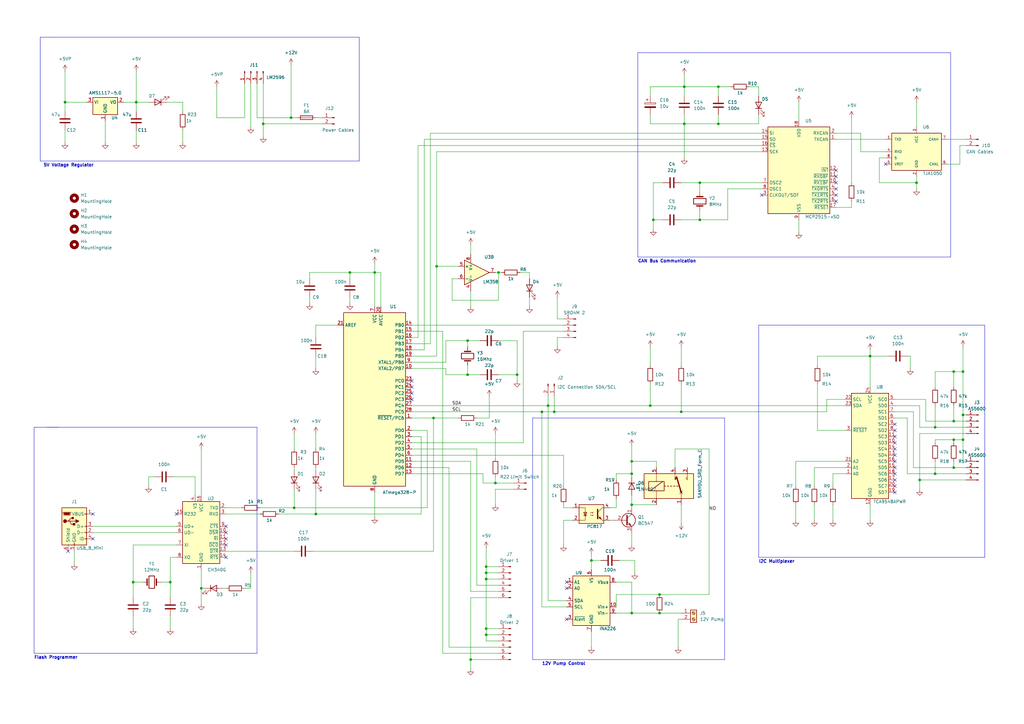
<source format=kicad_sch>
(kicad_sch (version 20230121) (generator eeschema)
  (paper "A3")
  (title_block (title "Tarantula One") (company "Swiss German University") (comment 1 "Modular Limb Controller") (comment 2 "MCU : ATMega328p"))
  (lib_symbols
    (symbol "Amplifier_Operational:LM358" (pin_names (offset 0.127))
      (property "Reference" "U" (at 0 5.08 0))
      (property "Value" "LM358" (at 0 -5.08 0))
      (symbol "LM358_1_1"
        (pin output line (at 7.62 0 180) (length 2.54) (name "~") (number "1"))
        (pin input line (at -7.62 -2.54 0) (length 2.54) (name "-") (number "2"))
        (pin input line (at -7.62 2.54 0) (length 2.54) (name "+") (number "3"))
      )
      (symbol "LM358_2_1"
        (pin input line (at -7.62 2.54 0) (length 2.54) (name "+") (number "5"))
        (pin input line (at -7.62 -2.54 0) (length 2.54) (name "-") (number "6"))
        (pin output line (at 7.62 0 180) (length 2.54) (name "~") (number "7"))
      )
      (symbol "LM358_3_1"
        (pin power_in line (at -2.54 -7.62 90) (length 3.81) (name "V-") (number "4"))
        (pin power_in line (at -2.54 7.62 270) (length 3.81) (name "V+") (number "8"))
      )
    )
    (symbol "Connector:Conn_01x02_Pin" (pin_names (offset 1.016) hide)
      (property "Reference" "J" (at 0 2.54 0))
      (property "Value" "Conn_01x02_Pin" (at 0 -5.08 0))
      (symbol "Conn_01x02_Pin_1_1"
        (pin passive line (at 5.08 0 180) (length 3.81) (name "Pin_1") (number "1"))
        (pin passive line (at 5.08 -2.54 180) (length 3.81) (name "Pin_2") (number "2"))
      )
    )
    (symbol "Connector:Conn_01x04_Pin" (pin_names (offset 1.016) hide)
      (property "Reference" "J" (at 0 5.08 0))
      (property "Value" "Conn_01x04_Pin" (at 0 -7.62 0))
      (symbol "Conn_01x04_Pin_1_1"
        (pin passive line (at 5.08 2.54 180) (length 3.81) (name "Pin_1") (number "1"))
        (pin passive line (at 5.08 0 180) (length 3.81) (name "Pin_2") (number "2"))
        (pin passive line (at 5.08 -2.54 180) (length 3.81) (name "Pin_3") (number "3"))
        (pin passive line (at 5.08 -5.08 180) (length 3.81) (name "Pin_4") (number "4"))
      )
    )
    (symbol "Connector:Conn_01x06_Pin" (pin_names (offset 1.016) hide)
      (property "Reference" "J" (at 0 7.62 0))
      (property "Value" "Conn_01x06_Pin" (at 0 -10.16 0))
      (symbol "Conn_01x06_Pin_1_1"
        (pin passive line (at 5.08 5.08 180) (length 3.81) (name "Pin_1") (number "1"))
        (pin passive line (at 5.08 2.54 180) (length 3.81) (name "Pin_2") (number "2"))
        (pin passive line (at 5.08 0 180) (length 3.81) (name "Pin_3") (number "3"))
        (pin passive line (at 5.08 -2.54 180) (length 3.81) (name "Pin_4") (number "4"))
        (pin passive line (at 5.08 -5.08 180) (length 3.81) (name "Pin_5") (number "5"))
        (pin passive line (at 5.08 -7.62 180) (length 3.81) (name "Pin_6") (number "6"))
      )
    )
    (symbol "Connector:Screw_Terminal_01x02" (pin_names (offset 1.016) hide)
      (property "Reference" "J" (at 0 2.54 0))
      (property "Value" "Screw_Terminal_01x02" (at 0 -5.08 0))
      (symbol "Screw_Terminal_01x02_1_1"
        (pin passive line (at -5.08 0 0) (length 3.81) (name "Pin_1") (number "1"))
        (pin passive line (at -5.08 -2.54 0) (length 3.81) (name "Pin_2") (number "2"))
      )
    )
    (symbol "Connector:USB_B_Mini" (pin_names (offset 1.016))
      (property "Reference" "J" (at -5.08 11.43 0))
      (property "Value" "USB_B_Mini" (at -5.08 8.89 0))
      (symbol "USB_B_Mini_1_1"
        (pin power_out line (at 7.62 5.08 180) (length 2.54) (name "VBUS") (number "1"))
        (pin bidirectional line (at 7.62 -2.54 180) (length 2.54) (name "D-") (number "2"))
        (pin bidirectional line (at 7.62 0 180) (length 2.54) (name "D+") (number "3"))
        (pin passive line (at 7.62 -5.08 180) (length 2.54) (name "ID") (number "4"))
        (pin power_out line (at 0 -10.16 90) (length 2.54) (name "GND") (number "5"))
        (pin passive line (at -2.54 -10.16 90) (length 2.54) (name "Shield") (number "6"))
      )
    )
    (symbol "Device:C" (pin_numbers hide) (pin_names (offset 0.254))
      (property "Reference" "C" (at 0.635 2.54 0))
      (property "Value" "C" (at 0.635 -2.54 0))
      (symbol "C_1_1"
        (pin passive line (at 0 3.81 270) (length 2.794) (name "~") (number "1"))
        (pin passive line (at 0 -3.81 90) (length 2.794) (name "~") (number "2"))
      )
    )
    (symbol "Device:C_Polarized" (pin_numbers hide) (pin_names (offset 0.254))
      (property "Reference" "C" (at 0.635 2.54 0))
      (property "Value" "C_Polarized" (at 0.635 -2.54 0))
      (symbol "C_Polarized_1_1"
        (pin passive line (at 0 3.81 270) (length 2.794) (name "~") (number "1"))
        (pin passive line (at 0 -3.81 90) (length 2.794) (name "~") (number "2"))
      )
    )
    (symbol "Device:Crystal" (pin_numbers hide) (pin_names (offset 1.016) hide)
      (property "Reference" "Y" (at 0 3.81 0))
      (property "Value" "Crystal" (at 0 -3.81 0))
      (symbol "Crystal_1_1"
        (pin passive line (at -3.81 0 0) (length 1.27) (name "1") (number "1"))
        (pin passive line (at 3.81 0 180) (length 1.27) (name "2") (number "2"))
      )
    )
    (symbol "Device:Fuse" (pin_numbers hide) (pin_names (offset 0))
      (property "Reference" "F" (at 2.032 0 90))
      (property "Value" "Fuse" (at -1.905 0 90))
      (symbol "Fuse_1_1"
        (pin passive line (at 0 3.81 270) (length 1.27) (name "~") (number "1"))
        (pin passive line (at 0 -3.81 90) (length 1.27) (name "~") (number "2"))
      )
    )
    (symbol "Device:LED" (pin_numbers hide) (pin_names (offset 1.016) hide)
      (property "Reference" "D" (at 0 2.54 0))
      (property "Value" "LED" (at 0 -2.54 0))
      (symbol "LED_1_1"
        (pin passive line (at -3.81 0 0) (length 2.54) (name "K") (number "1"))
        (pin passive line (at 3.81 0 180) (length 2.54) (name "A") (number "2"))
      )
    )
    (symbol "Device:R" (pin_numbers hide) (pin_names (offset 0))
      (property "Reference" "R" (at 2.032 0 90))
      (property "Value" "R" (at 0 0 90))
      (symbol "R_1_1"
        (pin passive line (at 0 3.81 270) (length 1.27) (name "~") (number "1"))
        (pin passive line (at 0 -3.81 90) (length 1.27) (name "~") (number "2"))
      )
    )
    (symbol "Diode:1N4007" (pin_numbers hide) (pin_names hide)
      (property "Reference" "D" (at 0 2.54 0))
      (property "Value" "1N4007" (at 0 -2.54 0))
      (symbol "1N4007_1_1"
        (pin passive line (at -3.81 0 0) (length 2.54) (name "K") (number "1"))
        (pin passive line (at 3.81 0 180) (length 2.54) (name "A") (number "2"))
      )
    )
    (symbol "Interface_CAN_LIN:MCP2515-xSO"
      (property "Reference" "U" (at -10.16 19.685 0))
      (property "Value" "MCP2515-xSO" (at 19.05 20.32 0))
      (symbol "MCP2515-xSO_1_1"
        (pin output line (at 15.24 12.7 180) (length 2.54) (name "TXCAN") (number "1"))
        (pin output line (at 15.24 -5.08 180) (length 2.54) (name "~{RX1BF}") (number "10"))
        (pin output line (at 15.24 -2.54 180) (length 2.54) (name "~{RX0BF}") (number "11"))
        (pin output line (at 15.24 0 180) (length 2.54) (name "~{INT}") (number "12"))
        (pin input line (at -15.24 7.62 0) (length 2.54) (name "SCK") (number "13"))
        (pin input line (at -15.24 15.24 0) (length 2.54) (name "SI") (number "14"))
        (pin output line (at -15.24 12.7 0) (length 2.54) (name "SO") (number "15"))
        (pin input line (at -15.24 10.16 0) (length 2.54) (name "~{CS}") (number "16"))
        (pin input line (at 15.24 -15.24 180) (length 2.54) (name "~{RESET}") (number "17"))
        (pin power_in line (at 0 20.32 270) (length 2.54) (name "VDD") (number "18"))
        (pin input line (at 15.24 15.24 180) (length 2.54) (name "RXCAN") (number "2"))
        (pin output line (at -15.24 -10.16 0) (length 2.54) (name "CLKOUT/SOF") (number "3"))
        (pin input line (at 15.24 -7.62 180) (length 2.54) (name "~{TX0RTS}") (number "4"))
        (pin input line (at 15.24 -10.16 180) (length 2.54) (name "~{TX1RTS}") (number "5"))
        (pin input line (at 15.24 -12.7 180) (length 2.54) (name "~{TX2RTS}") (number "6"))
        (pin output line (at -15.24 -5.08 0) (length 2.54) (name "OSC2") (number "7"))
        (pin input line (at -15.24 -7.62 0) (length 2.54) (name "OSC1") (number "8"))
        (pin power_in line (at 0 -20.32 90) (length 2.54) (name "VSS") (number "9"))
      )
    )
    (symbol "Interface_Expansion:TCA9548APWR"
      (property "Reference" "U" (at -7.62 21.59 0))
      (property "Value" "TCA9548APWR" (at 1.016 21.59 0))
      (symbol "TCA9548APWR_1_1"
        (pin input line (at -10.16 -12.7 0) (length 2.54) (name "A0") (number "1"))
        (pin bidirectional line (at 10.16 0 180) (length 2.54) (name "SD3") (number "10"))
        (pin output line (at 10.16 2.54 180) (length 2.54) (name "SC3") (number "11"))
        (pin power_in line (at 0 -25.4 90) (length 2.54) (name "GND") (number "12"))
        (pin bidirectional line (at 10.16 -5.08 180) (length 2.54) (name "SD4") (number "13"))
        (pin output line (at 10.16 -2.54 180) (length 2.54) (name "SC4") (number "14"))
        (pin bidirectional line (at 10.16 -10.16 180) (length 2.54) (name "SD5") (number "15"))
        (pin output line (at 10.16 -7.62 180) (length 2.54) (name "SC5") (number "16"))
        (pin bidirectional line (at 10.16 -15.24 180) (length 2.54) (name "SD6") (number "17"))
        (pin output line (at 10.16 -12.7 180) (length 2.54) (name "SC6") (number "18"))
        (pin bidirectional line (at 10.16 -20.32 180) (length 2.54) (name "SD7") (number "19"))
        (pin input line (at -10.16 -10.16 0) (length 2.54) (name "A1") (number "2"))
        (pin output line (at 10.16 -17.78 180) (length 2.54) (name "SC7") (number "20"))
        (pin input line (at -10.16 -7.62 0) (length 2.54) (name "A2") (number "21"))
        (pin input line (at -10.16 17.78 0) (length 2.54) (name "SCL") (number "22"))
        (pin bidirectional line (at -10.16 15.24 0) (length 2.54) (name "SDA") (number "23"))
        (pin power_in line (at 0 22.86 270) (length 2.54) (name "VCC") (number "24"))
        (pin input line (at -10.16 5.08 0) (length 2.54) (name "~{RESET}") (number "3"))
        (pin bidirectional line (at 10.16 15.24 180) (length 2.54) (name "SD0") (number "4"))
        (pin output line (at 10.16 17.78 180) (length 2.54) (name "SC0") (number "5"))
        (pin bidirectional line (at 10.16 10.16 180) (length 2.54) (name "SD1") (number "6"))
        (pin output line (at 10.16 12.7 180) (length 2.54) (name "SC1") (number "7"))
        (pin bidirectional line (at 10.16 5.08 180) (length 2.54) (name "SD2") (number "8"))
        (pin output line (at 10.16 7.62 180) (length 2.54) (name "SC2") (number "9"))
      )
    )
    (symbol "Interface_USB:CH340G"
      (property "Reference" "U" (at -5.08 13.97 0))
      (property "Value" "CH340G" (at 1.27 13.97 0))
      (symbol "CH340G_1_1"
        (pin power_in line (at 0 -15.24 90) (length 2.54) (name "GND") (number "1"))
        (pin input line (at 10.16 0 180) (length 2.54) (name "~{DSR}") (number "10"))
        (pin input line (at 10.16 -2.54 180) (length 2.54) (name "~{RI}") (number "11"))
        (pin input line (at 10.16 -5.08 180) (length 2.54) (name "~{DCD}") (number "12"))
        (pin output line (at 10.16 -7.62 180) (length 2.54) (name "~{DTR}") (number "13"))
        (pin output line (at 10.16 -10.16 180) (length 2.54) (name "~{RTS}") (number "14"))
        (pin input line (at -10.16 7.62 0) (length 2.54) (name "R232") (number "15"))
        (pin power_in line (at 0 15.24 270) (length 2.54) (name "VCC") (number "16"))
        (pin output line (at 10.16 10.16 180) (length 2.54) (name "TXD") (number "2"))
        (pin input line (at 10.16 7.62 180) (length 2.54) (name "RXD") (number "3"))
        (pin passive line (at -2.54 15.24 270) (length 2.54) (name "V3") (number "4"))
        (pin bidirectional line (at -10.16 2.54 0) (length 2.54) (name "UD+") (number "5"))
        (pin bidirectional line (at -10.16 0 0) (length 2.54) (name "UD-") (number "6"))
        (pin input line (at -10.16 -5.08 0) (length 2.54) (name "XI") (number "7"))
        (pin output line (at -10.16 -10.16 0) (length 2.54) (name "XO") (number "8"))
        (pin input line (at 10.16 2.54 180) (length 2.54) (name "~{CTS}") (number "9"))
      )
    )
    (symbol "Isolator:PC817" (pin_names (offset 1.016))
      (property "Reference" "U" (at -5.08 5.08 0))
      (property "Value" "PC817" (at 0 5.08 0))
      (symbol "PC817_1_1"
        (pin passive line (at -7.62 2.54 0) (length 2.54) (name "~") (number "1"))
        (pin passive line (at -7.62 -2.54 0) (length 2.54) (name "~") (number "2"))
        (pin passive line (at 7.62 -2.54 180) (length 2.54) (name "~") (number "3"))
        (pin passive line (at 7.62 2.54 180) (length 2.54) (name "~") (number "4"))
      )
    )
    (symbol "MCU_Microchip_ATmega:ATmega328-P"
      (property "Reference" "U" (at -12.7 36.83 0))
      (property "Value" "ATmega328-P" (at 2.54 -36.83 0))
      (symbol "ATmega328-P_1_1"
        (pin bidirectional line (at 15.24 -7.62 180) (length 2.54) (name "~{RESET}/PC6") (number "1"))
        (pin bidirectional line (at 15.24 12.7 180) (length 2.54) (name "XTAL2/PB7") (number "10"))
        (pin bidirectional line (at 15.24 -25.4 180) (length 2.54) (name "PD5") (number "11"))
        (pin bidirectional line (at 15.24 -27.94 180) (length 2.54) (name "PD6") (number "12"))
        (pin bidirectional line (at 15.24 -30.48 180) (length 2.54) (name "PD7") (number "13"))
        (pin bidirectional line (at 15.24 30.48 180) (length 2.54) (name "PB0") (number "14"))
        (pin bidirectional line (at 15.24 27.94 180) (length 2.54) (name "PB1") (number "15"))
        (pin bidirectional line (at 15.24 25.4 180) (length 2.54) (name "PB2") (number "16"))
        (pin bidirectional line (at 15.24 22.86 180) (length 2.54) (name "PB3") (number "17"))
        (pin bidirectional line (at 15.24 20.32 180) (length 2.54) (name "PB4") (number "18"))
        (pin bidirectional line (at 15.24 17.78 180) (length 2.54) (name "PB5") (number "19"))
        (pin bidirectional line (at 15.24 -12.7 180) (length 2.54) (name "PD0") (number "2"))
        (pin power_in line (at 2.54 38.1 270) (length 2.54) (name "AVCC") (number "20"))
        (pin passive line (at -15.24 30.48 0) (length 2.54) (name "AREF") (number "21"))
        (pin passive line (at 0 -38.1 90) (length 2.54) hide (name "GND") (number "22"))
        (pin bidirectional line (at 15.24 7.62 180) (length 2.54) (name "PC0") (number "23"))
        (pin bidirectional line (at 15.24 5.08 180) (length 2.54) (name "PC1") (number "24"))
        (pin bidirectional line (at 15.24 2.54 180) (length 2.54) (name "PC2") (number "25"))
        (pin bidirectional line (at 15.24 0 180) (length 2.54) (name "PC3") (number "26"))
        (pin bidirectional line (at 15.24 -2.54 180) (length 2.54) (name "PC4") (number "27"))
        (pin bidirectional line (at 15.24 -5.08 180) (length 2.54) (name "PC5") (number "28"))
        (pin bidirectional line (at 15.24 -15.24 180) (length 2.54) (name "PD1") (number "3"))
        (pin bidirectional line (at 15.24 -17.78 180) (length 2.54) (name "PD2") (number "4"))
        (pin bidirectional line (at 15.24 -20.32 180) (length 2.54) (name "PD3") (number "5"))
        (pin bidirectional line (at 15.24 -22.86 180) (length 2.54) (name "PD4") (number "6"))
        (pin power_in line (at 0 38.1 270) (length 2.54) (name "VCC") (number "7"))
        (pin power_in line (at 0 -38.1 90) (length 2.54) (name "GND") (number "8"))
        (pin bidirectional line (at 15.24 15.24 180) (length 2.54) (name "XTAL1/PB6") (number "9"))
      )
    )
    (symbol "Mechanical:MountingHole" (pin_names (offset 1.016))
      (property "Reference" "H" (at 0 5.08 0))
      (property "Value" "MountingHole" (at 0 3.175 0))
    )
    (symbol "Regulator_Linear:AMS1117-5.0"
      (property "Reference" "U" (at -3.81 3.175 0))
      (property "Value" "AMS1117-5.0" (at 0 3.175 0))
      (symbol "AMS1117-5.0_1_1"
        (pin power_in line (at 0 -7.62 90) (length 2.54) (name "GND") (number "1"))
        (pin power_out line (at 7.62 0 180) (length 2.54) (name "VO") (number "2"))
        (pin power_in line (at -7.62 0 0) (length 2.54) (name "VI") (number "3"))
      )
    )
    (symbol "Relay:SANYOU_SRD_Form_C"
      (property "Reference" "K" (at 11.43 3.81 0))
      (property "Value" "SANYOU_SRD_Form_C" (at 11.43 1.27 0))
      (symbol "SANYOU_SRD_Form_C_1_1"
        (pin passive line (at 5.08 -7.62 90) (length 2.54) (name "~") (number "1"))
        (pin passive line (at -5.08 -7.62 90) (length 2.54) (name "~") (number "2"))
        (pin passive line (at 7.62 7.62 270) (length 2.54) (name "~") (number "3"))
        (pin passive line (at 2.54 7.62 270) (length 2.54) (name "~") (number "4"))
        (pin passive line (at -5.08 7.62 270) (length 2.54) (name "~") (number "5"))
      )
    )
    (symbol "Sensor_Energy:INA226"
      (property "Reference" "U" (at -6.35 11.43 0))
      (property "Value" "INA226" (at 3.81 11.43 0))
      (symbol "INA226_1_1"
        (pin input line (at 10.16 7.62 180) (length 2.54) (name "A1") (number "1"))
        (pin input line (at -10.16 -2.54 0) (length 2.54) (name "Vin+") (number "10"))
        (pin input line (at 10.16 5.08 180) (length 2.54) (name "A0") (number "2"))
        (pin open_collector line (at 10.16 -7.62 180) (length 2.54) (name "~{Alert}") (number "3"))
        (pin bidirectional line (at 10.16 0 180) (length 2.54) (name "SDA") (number "4"))
        (pin input line (at 10.16 -2.54 180) (length 2.54) (name "SCL") (number "5"))
        (pin power_in line (at 0 12.7 270) (length 2.54) (name "VS") (number "6"))
        (pin power_in line (at 0 -12.7 90) (length 2.54) (name "GND") (number "7"))
        (pin input line (at -10.16 7.62 0) (length 2.54) (name "Vbus") (number "8"))
        (pin input line (at -10.16 -5.08 0) (length 2.54) (name "Vin-") (number "9"))
      )
    )
    (symbol "TJA1050:TJA1050" (pin_names (offset 1.016))
      (property "Reference" "U" (at -10.16 10.16 0))
      (property "Value" "TJA1050" (at -10.16 -10.16 0))
      (symbol "TJA1050_0_0"
        (pin output line (at -12.7 5.08 0) (length 2.54) (name "TXD") (number "1"))
        (pin bidirectional line (at 0 -10.16 90) (length 2.54) (name "GND") (number "2"))
        (pin bidirectional line (at 0 10.16 270) (length 2.54) (name "VCC") (number "3"))
        (pin bidirectional line (at -12.7 0 0) (length 2.54) (name "RXD") (number "4"))
        (pin passive line (at -12.7 -5.08 0) (length 2.54) (name "VREF") (number "5"))
        (pin bidirectional line (at 12.7 -5.08 180) (length 2.54) (name "CANL") (number "6"))
        (pin bidirectional line (at 12.7 5.08 180) (length 2.54) (name "CANH") (number "7"))
        (pin power_in line (at -12.7 -2.54 0) (length 2.54) (name "S") (number "8"))
      )
    )
    (symbol "Transistor_BJT:BC547" (pin_names (offset 0) hide)
      (property "Reference" "Q" (at 5.08 1.905 0))
      (property "Value" "BC547" (at 5.08 0 0))
      (symbol "BC547_1_1"
        (pin passive line (at 2.54 5.08 270) (length 2.54) (name "C") (number "1"))
        (pin input line (at -5.08 0 0) (length 5.08) (name "B") (number "2"))
        (pin passive line (at 2.54 -5.08 90) (length 2.54) (name "E") (number "3"))
      )
    )
    (symbol "power:+12V" (power) (pin_names (offset 0))
      (property "Value" "+12V" (at 0 3.556 0))
      (symbol "+12V_1_1"
        (pin power_in line (at 0 0 90) (length 0) hide (name "+12V") (number "1"))
      )
    )
    (symbol "power:+5V" (power) (pin_names (offset 0))
      (property "Value" "+5V" (at 0 3.556 0))
      (symbol "+5V_1_1"
        (pin power_in line (at 0 0 90) (length 0) hide (name "+5V") (number "1"))
      )
    )
    (symbol "power:+5VP" (power) (pin_names (offset 0))
      (property "Value" "+5VP" (at 0 3.556 0))
      (symbol "+5VP_1_1"
        (pin power_in line (at 0 0 90) (length 0) hide (name "+5VP") (number "1"))
      )
    )
    (symbol "power:GND" (power) (pin_names (offset 0))
      (property "Value" "GND" (at 0 -3.81 0))
      (symbol "GND_1_1"
        (pin power_in line (at 0 0 270) (length 0) hide (name "GND") (number "1"))
      )
    )
  )
  (junction (at 356.87 146.05))
  (junction (at 280.67 35.56))
  (junction (at 224.79 166.37))
  (junction (at 55.88 41.91))
  (junction (at 153.67 111.76))
  (junction (at 259.08 207.01))
  (junction (at 191.77 139.7))
  (junction (at 279.4 168.91))
  (junction (at 199.39 232.41))
  (junction (at 259.08 251.46))
  (junction (at 82.55 241.3))
  (junction (at 270.51 243.84))
  (junction (at 120.65 208.28))
  (junction (at 259.08 189.23))
  (junction (at 267.97 90.17))
  (junction (at 107.95 50.8))
  (junction (at 287.02 90.17))
  (junction (at 294.64 50.8))
  (junction (at 394.97 170.18))
  (junction (at 391.16 191.77))
  (junction (at 199.39 237.49))
  (junction (at 193.04 270.51))
  (junction (at 69.85 238.76))
  (junction (at 383.54 194.31))
  (junction (at 179.07 109.22))
  (junction (at 266.7 166.37))
  (junction (at 294.64 35.56))
  (junction (at 129.54 210.82))
  (junction (at 394.97 152.4))
  (junction (at 204.47 111.76))
  (junction (at 377.19 196.85))
  (junction (at 375.92 74.93))
  (junction (at 26.67 41.91))
  (junction (at 391.16 172.72))
  (junction (at 54.61 238.76))
  (junction (at 199.39 257.81))
  (junction (at 199.39 234.95))
  (junction (at 177.8 171.45))
  (junction (at 227.33 168.91))
  (junction (at 222.25 168.91))
  (junction (at 143.51 111.76))
  (junction (at 242.57 229.87))
  (junction (at 199.39 260.35))
  (junction (at 280.67 50.8))
  (junction (at 212.09 153.67))
  (junction (at 191.77 153.67))
  (junction (at 394.97 180.34))
  (junction (at 203.2 198.12))
  (junction (at 287.02 74.93))
  (junction (at 383.54 175.26))
  (junction (at 391.16 152.4))
  (junction (at 270.51 251.46))
  (junction (at 259.08 194.31))
  (junction (at 391.16 180.34))
  (junction (at 119.38 48.26))
  (no_connect (at 72.39 210.82))
  (no_connect (at 168.91 163.83))
  (no_connect (at 92.71 218.44))
  (no_connect (at 312.42 80.01))
  (no_connect (at 38.1 220.98))
  (no_connect (at 367.03 194.31))
  (no_connect (at 232.41 254))
  (no_connect (at 92.71 223.52))
  (no_connect (at 367.03 201.93))
  (no_connect (at 342.9 69.85))
  (no_connect (at 342.9 77.47))
  (no_connect (at 342.9 82.55))
  (no_connect (at 168.91 156.21))
  (no_connect (at 168.91 158.75))
  (no_connect (at 342.9 74.93))
  (no_connect (at 367.03 189.23))
  (no_connect (at 279.4 201.93))
  (no_connect (at 92.71 228.6))
  (no_connect (at 168.91 161.29))
  (no_connect (at 38.1 210.82))
  (no_connect (at 232.41 241.3))
  (no_connect (at 367.03 179.07))
  (no_connect (at 367.03 184.15))
  (no_connect (at 27.94 226.06))
  (no_connect (at 342.9 80.01))
  (no_connect (at 367.03 191.77))
  (no_connect (at 367.03 176.53))
  (no_connect (at 92.71 215.9))
  (no_connect (at 232.41 238.76))
  (no_connect (at 363.22 67.31))
  (no_connect (at 342.9 72.39))
  (no_connect (at 367.03 196.85))
  (no_connect (at 92.71 220.98))
  (no_connect (at 367.03 199.39))
  (no_connect (at 367.03 186.69))
  (no_connect (at 367.03 181.61))
  (no_connect (at 367.03 173.99))
  (polyline (pts (xy 326.39 133.35) (xy 403.86 133.35)))
  (wire (pts (xy 82.55 241.3) (xy 82.55 247.65)))
  (wire (pts (xy 391.16 166.37) (xy 391.16 172.72)))
  (wire (pts (xy 280.67 35.56) (xy 280.67 39.37)))
  (wire (pts (xy 129.54 191.77) (xy 129.54 193.04)))
  (wire (pts (xy 204.47 242.57) (xy 193.04 242.57)))
  (wire (pts (xy 100.33 241.3) (xy 102.87 241.3)))
  (wire (pts (xy 372.11 171.45) (xy 372.11 194.31)))
  (wire (pts (xy 60.96 195.58) (xy 60.96 199.39)))
  (wire (pts (xy 346.71 191.77) (xy 334.01 191.77)))
  (wire (pts (xy 335.28 176.53) (xy 346.71 176.53)))
  (wire (pts (xy 203.2 198.12) (xy 210.82 198.12)))
  (wire (pts (xy 105.41 34.29) (xy 105.41 48.26)))
  (wire (pts (xy 184.15 191.77) (xy 184.15 265.43)))
  (wire (pts (xy 367.03 163.83) (xy 379.73 163.83)))
  (wire (pts (xy 356.87 207.01) (xy 356.87 213.36)))
  (wire (pts (xy 168.91 133.35) (xy 231.14 133.35)))
  (wire (pts (xy 196.85 153.67) (xy 191.77 153.67)))
  (wire (pts (xy 391.16 180.34) (xy 391.16 181.61)))
  (wire (pts (xy 129.54 210.82) (xy 172.72 210.82)))
  (polyline (pts (xy 13.97 267.97) (xy 13.97 175.26)))
  (wire (pts (xy 294.64 46.99) (xy 294.64 50.8)))
  (wire (pts (xy 271.78 74.93) (xy 267.97 74.93)))
  (wire (pts (xy 270.51 251.46) (xy 279.4 251.46)))
  (wire (pts (xy 242.57 259.08) (xy 242.57 265.43)))
  (wire (pts (xy 349.25 82.55) (xy 349.25 85.09)))
  (wire (pts (xy 69.85 238.76) (xy 69.85 228.6)))
  (wire (pts (xy 360.68 64.77) (xy 360.68 74.93)))
  (wire (pts (xy 72.39 223.52) (xy 54.61 223.52)))
  (wire (pts (xy 252.73 238.76) (xy 259.08 238.76)))
  (wire (pts (xy 227.33 162.56) (xy 227.33 168.91)))
  (wire (pts (xy 396.24 189.23) (xy 394.97 189.23)))
  (wire (pts (xy 63.5 195.58) (xy 60.96 195.58)))
  (wire (pts (xy 290.83 184.15) (xy 290.83 243.84)))
  (wire (pts (xy 181.61 267.97) (xy 204.47 267.97)))
  (wire (pts (xy 267.97 74.93) (xy 267.97 90.17)))
  (wire (pts (xy 182.88 139.7) (xy 191.77 139.7)))
  (wire (pts (xy 393.7 67.31) (xy 393.7 59.69)))
  (wire (pts (xy 54.61 252.73) (xy 54.61 257.81)))
  (wire (pts (xy 252.73 243.84) (xy 270.51 243.84)))
  (wire (pts (xy 121.92 48.26) (xy 119.38 48.26)))
  (wire (pts (xy 327.66 90.17) (xy 327.66 95.25)))
  (wire (pts (xy 224.79 246.38) (xy 224.79 166.37)))
  (wire (pts (xy 168.91 168.91) (xy 222.25 168.91)))
  (wire (pts (xy 260.35 229.87) (xy 260.35 234.95)))
  (wire (pts (xy 119.38 48.26) (xy 105.41 48.26)))
  (polyline (pts (xy 16.51 66.04) (xy 16.51 15.24)))
  (wire (pts (xy 143.51 121.92) (xy 143.51 124.46)))
  (wire (pts (xy 80.01 195.58) (xy 80.01 203.2)))
  (wire (pts (xy 199.39 232.41) (xy 204.47 232.41)))
  (wire (pts (xy 199.39 234.95) (xy 204.47 234.95)))
  (wire (pts (xy 168.91 176.53) (xy 175.26 176.53)))
  (wire (pts (xy 278.13 254) (xy 278.13 265.43)))
  (wire (pts (xy 181.61 135.89) (xy 181.61 267.97)))
  (wire (pts (xy 360.68 74.93) (xy 375.92 74.93)))
  (wire (pts (xy 168.91 166.37) (xy 224.79 166.37)))
  (wire (pts (xy 120.65 177.8) (xy 120.65 184.15)))
  (wire (pts (xy 312.42 59.69) (xy 171.45 59.69)))
  (wire (pts (xy 100.33 48.26) (xy 100.33 34.29)))
  (wire (pts (xy 287.02 74.93) (xy 312.42 74.93)))
  (wire (pts (xy 266.7 50.8) (xy 280.67 50.8)))
  (wire (pts (xy 252.73 251.46) (xy 259.08 251.46)))
  (wire (pts (xy 55.88 53.34) (xy 55.88 58.42)))
  (wire (pts (xy 259.08 203.2) (xy 259.08 207.01)))
  (wire (pts (xy 143.51 111.76) (xy 153.67 111.76)))
  (wire (pts (xy 342.9 54.61) (xy 353.06 54.61)))
  (wire (pts (xy 259.08 238.76) (xy 259.08 251.46)))
  (wire (pts (xy 374.65 191.77) (xy 391.16 191.77)))
  (wire (pts (xy 204.47 262.89) (xy 199.39 262.89)))
  (wire (pts (xy 54.61 238.76) (xy 58.42 238.76)))
  (wire (pts (xy 391.16 180.34) (xy 394.97 180.34)))
  (wire (pts (xy 267.97 90.17) (xy 267.97 93.98)))
  (wire (pts (xy 394.97 180.34) (xy 394.97 189.23)))
  (wire (pts (xy 175.26 176.53) (xy 175.26 208.28)))
  (wire (pts (xy 259.08 207.01) (xy 259.08 208.28)))
  (wire (pts (xy 342.9 85.09) (xy 349.25 85.09)))
  (wire (pts (xy 259.08 195.58) (xy 259.08 194.31)))
  (wire (pts (xy 193.04 242.57) (xy 193.04 189.23)))
  (wire (pts (xy 185.42 114.3) (xy 185.42 123.19)))
  (wire (pts (xy 259.08 207.01) (xy 269.24 207.01)))
  (wire (pts (xy 388.62 67.31) (xy 393.7 67.31)))
  (wire (pts (xy 107.95 50.8) (xy 107.95 55.88)))
  (wire (pts (xy 335.28 157.48) (xy 335.28 176.53)))
  (wire (pts (xy 172.72 179.07) (xy 172.72 210.82)))
  (wire (pts (xy 129.54 48.26) (xy 132.08 48.26)))
  (wire (pts (xy 74.93 53.34) (xy 74.93 58.42)))
  (wire (pts (xy 234.95 213.36) (xy 231.14 213.36)))
  (wire (pts (xy 210.82 200.66) (xy 203.2 200.66)))
  (wire (pts (xy 252.73 243.84) (xy 252.73 248.92)))
  (wire (pts (xy 171.45 138.43) (xy 168.91 138.43)))
  (wire (pts (xy 195.58 184.15) (xy 195.58 240.03)))
  (wire (pts (xy 199.39 257.81) (xy 199.39 237.49)))
  (wire (pts (xy 119.38 26.67) (xy 119.38 48.26)))
  (wire (pts (xy 311.15 50.8) (xy 294.64 50.8)))
  (wire (pts (xy 69.85 228.6) (xy 72.39 228.6)))
  (wire (pts (xy 217.17 111.76) (xy 217.17 114.3)))
  (wire (pts (xy 107.95 50.8) (xy 132.08 50.8)))
  (wire (pts (xy 38.1 215.9) (xy 72.39 215.9)))
  (wire (pts (xy 199.39 260.35) (xy 199.39 257.81)))
  (wire (pts (xy 193.04 245.11) (xy 193.04 270.51)))
  (wire (pts (xy 138.43 133.35) (xy 129.54 133.35)))
  (wire (pts (xy 269.24 191.77) (xy 269.24 189.23)))
  (wire (pts (xy 107.95 34.29) (xy 107.95 50.8)))
  (wire (pts (xy 279.4 157.48) (xy 279.4 168.91)))
  (wire (pts (xy 375.92 41.91) (xy 375.92 52.07)))
  (wire (pts (xy 280.67 30.48) (xy 280.67 35.56)))
  (wire (pts (xy 168.91 140.97) (xy 176.53 140.97)))
  (wire (pts (xy 307.34 35.56) (xy 311.15 35.56)))
  (wire (pts (xy 168.91 191.77) (xy 184.15 191.77)))
  (wire (pts (xy 66.04 238.76) (xy 69.85 238.76)))
  (wire (pts (xy 177.8 171.45) (xy 187.96 171.45)))
  (wire (pts (xy 335.28 149.86) (xy 335.28 146.05)))
  (wire (pts (xy 191.77 153.67) (xy 182.88 153.67)))
  (wire (pts (xy 259.08 218.44) (xy 259.08 223.52)))
  (wire (pts (xy 311.15 35.56) (xy 311.15 39.37)))
  (wire (pts (xy 171.45 59.69) (xy 171.45 138.43)))
  (wire (pts (xy 372.11 146.05) (xy 373.38 146.05)))
  (wire (pts (xy 279.4 142.24) (xy 279.4 149.86)))
  (wire (pts (xy 290.83 184.15) (xy 276.86 184.15)))
  (wire (pts (xy 69.85 238.76) (xy 69.85 245.11)))
  (wire (pts (xy 193.04 270.51) (xy 204.47 270.51)))
  (wire (pts (xy 231.14 138.43) (xy 228.6 138.43)))
  (wire (pts (xy 212.09 156.21) (xy 212.09 153.67)))
  (wire (pts (xy 199.39 234.95) (xy 199.39 232.41)))
  (wire (pts (xy 120.65 208.28) (xy 175.26 208.28)))
  (wire (pts (xy 153.67 111.76) (xy 153.67 125.73)))
  (wire (pts (xy 193.04 100.33) (xy 193.04 104.14)))
  (polyline (pts (xy 389.89 105.41) (xy 261.62 105.41)))
  (polyline (pts (xy 147.32 15.24) (xy 147.32 66.04)))
  (wire (pts (xy 168.91 184.15) (xy 195.58 184.15)))
  (wire (pts (xy 227.33 168.91) (xy 279.4 168.91)))
  (wire (pts (xy 311.15 46.99) (xy 311.15 50.8)))
  (polyline (pts (xy 218.44 171.45) (xy 218.44 270.51)))
  (wire (pts (xy 353.06 54.61) (xy 353.06 62.23)))
  (wire (pts (xy 214.63 181.61) (xy 168.91 181.61)))
  (wire (pts (xy 168.91 146.05) (xy 179.07 146.05)))
  (wire (pts (xy 287.02 86.36) (xy 287.02 90.17)))
  (wire (pts (xy 279.4 207.01) (xy 279.4 214.63)))
  (wire (pts (xy 217.17 121.92) (xy 217.17 125.73)))
  (wire (pts (xy 346.71 163.83) (xy 339.09 163.83)))
  (wire (pts (xy 54.61 223.52) (xy 54.61 238.76)))
  (wire (pts (xy 187.96 114.3) (xy 185.42 114.3)))
  (polyline (pts (xy 218.44 171.45) (xy 297.18 171.45)))
  (wire (pts (xy 92.71 226.06) (xy 120.65 226.06)))
  (wire (pts (xy 287.02 90.17) (xy 298.45 90.17)))
  (wire (pts (xy 377.19 166.37) (xy 377.19 175.26)))
  (wire (pts (xy 232.41 246.38) (xy 224.79 246.38)))
  (wire (pts (xy 129.54 200.66) (xy 129.54 210.82)))
  (wire (pts (xy 250.19 208.28) (xy 252.73 208.28)))
  (wire (pts (xy 252.73 196.85) (xy 252.73 194.31)))
  (wire (pts (xy 279.4 168.91) (xy 339.09 168.91)))
  (wire (pts (xy 191.77 139.7) (xy 191.77 142.24)))
  (wire (pts (xy 231.14 213.36) (xy 231.14 223.52)))
  (wire (pts (xy 250.19 213.36) (xy 251.46 213.36)))
  (wire (pts (xy 120.65 200.66) (xy 120.65 208.28)))
  (wire (pts (xy 383.54 194.31) (xy 396.24 194.31)))
  (wire (pts (xy 204.47 123.19) (xy 204.47 111.76)))
  (wire (pts (xy 280.67 50.8) (xy 280.67 64.77)))
  (wire (pts (xy 129.54 210.82) (xy 114.3 210.82)))
  (wire (pts (xy 259.08 251.46) (xy 270.51 251.46)))
  (wire (pts (xy 299.72 35.56) (xy 294.64 35.56)))
  (wire (pts (xy 55.88 41.91) (xy 60.96 41.91)))
  (wire (pts (xy 391.16 189.23) (xy 391.16 191.77)))
  (wire (pts (xy 204.47 153.67) (xy 212.09 153.67)))
  (wire (pts (xy 129.54 177.8) (xy 129.54 184.15)))
  (wire (pts (xy 26.67 29.21) (xy 26.67 41.91)))
  (wire (pts (xy 393.7 59.69) (xy 396.24 59.69)))
  (wire (pts (xy 177.8 226.06) (xy 128.27 226.06)))
  (wire (pts (xy 179.07 62.23) (xy 179.07 109.22)))
  (wire (pts (xy 346.71 194.31) (xy 341.63 194.31)))
  (wire (pts (xy 195.58 240.03) (xy 204.47 240.03)))
  (polyline (pts (xy 105.41 175.26) (xy 105.41 267.97)))
  (polyline (pts (xy 261.62 21.59) (xy 266.7 21.59)))
  (wire (pts (xy 199.39 237.49) (xy 199.39 234.95)))
  (wire (pts (xy 179.07 109.22) (xy 187.96 109.22)))
  (wire (pts (xy 193.04 270.51) (xy 193.04 274.32)))
  (wire (pts (xy 266.7 166.37) (xy 346.71 166.37)))
  (wire (pts (xy 375.92 74.93) (xy 375.92 77.47)))
  (wire (pts (xy 394.97 170.18) (xy 396.24 170.18)))
  (wire (pts (xy 279.4 90.17) (xy 287.02 90.17)))
  (wire (pts (xy 280.67 50.8) (xy 294.64 50.8)))
  (wire (pts (xy 54.61 238.76) (xy 54.61 245.11)))
  (wire (pts (xy 68.58 41.91) (xy 74.93 41.91)))
  (wire (pts (xy 203.2 177.8) (xy 203.2 187.96)))
  (wire (pts (xy 377.19 196.85) (xy 396.24 196.85)))
  (wire (pts (xy 191.77 139.7) (xy 196.85 139.7)))
  (wire (pts (xy 298.45 77.47) (xy 312.42 77.47)))
  (wire (pts (xy 391.16 152.4) (xy 394.97 152.4)))
  (wire (pts (xy 228.6 130.81) (xy 231.14 130.81)))
  (wire (pts (xy 356.87 146.05) (xy 356.87 158.75)))
  (wire (pts (xy 383.54 166.37) (xy 383.54 175.26)))
  (wire (pts (xy 203.2 111.76) (xy 204.47 111.76)))
  (wire (pts (xy 176.53 54.61) (xy 312.42 54.61)))
  (wire (pts (xy 199.39 262.89) (xy 199.39 260.35)))
  (wire (pts (xy 266.7 35.56) (xy 280.67 35.56)))
  (wire (pts (xy 280.67 46.99) (xy 280.67 50.8)))
  (wire (pts (xy 224.79 166.37) (xy 224.79 162.56)))
  (wire (pts (xy 266.7 39.37) (xy 266.7 35.56)))
  (wire (pts (xy 153.67 107.95) (xy 153.67 111.76)))
  (wire (pts (xy 82.55 241.3) (xy 83.82 241.3)))
  (wire (pts (xy 193.04 119.38) (xy 193.04 125.73)))
  (wire (pts (xy 182.88 153.67) (xy 182.88 151.13)))
  (wire (pts (xy 204.47 260.35) (xy 199.39 260.35)))
  (wire (pts (xy 280.67 35.56) (xy 294.64 35.56)))
  (wire (pts (xy 213.36 111.76) (xy 217.17 111.76)))
  (wire (pts (xy 231.14 135.89) (xy 214.63 135.89)))
  (wire (pts (xy 326.39 189.23) (xy 326.39 199.39)))
  (wire (pts (xy 377.19 177.8) (xy 377.19 196.85)))
  (polyline (pts (xy 147.32 66.04) (xy 16.51 66.04)))
  (wire (pts (xy 388.62 57.15) (xy 396.24 57.15)))
  (wire (pts (xy 374.65 168.91) (xy 374.65 191.77)))
  (wire (pts (xy 367.03 168.91) (xy 374.65 168.91)))
  (wire (pts (xy 55.88 29.21) (xy 55.88 41.91)))
  (polyline (pts (xy 266.7 21.59) (xy 389.89 21.59)))
  (polyline (pts (xy 311.15 228.6) (xy 311.15 133.35)))
  (wire (pts (xy 26.67 53.34) (xy 26.67 58.42)))
  (wire (pts (xy 383.54 152.4) (xy 391.16 152.4)))
  (wire (pts (xy 341.63 207.01) (xy 341.63 213.36)))
  (wire (pts (xy 326.39 207.01) (xy 326.39 213.36)))
  (wire (pts (xy 334.01 191.77) (xy 334.01 199.39)))
  (wire (pts (xy 168.91 194.31) (xy 198.12 194.31)))
  (wire (pts (xy 327.66 41.91) (xy 327.66 49.53)))
  (wire (pts (xy 396.24 177.8) (xy 377.19 177.8)))
  (wire (pts (xy 156.21 125.73) (xy 156.21 111.76)))
  (wire (pts (xy 266.7 157.48) (xy 266.7 166.37)))
  (wire (pts (xy 168.91 135.89) (xy 181.61 135.89)))
  (wire (pts (xy 259.08 189.23) (xy 259.08 194.31)))
  (wire (pts (xy 168.91 179.07) (xy 172.72 179.07)))
  (wire (pts (xy 129.54 146.05) (xy 129.54 151.13)))
  (polyline (pts (xy 19.05 175.26) (xy 105.41 175.26)))
  (wire (pts (xy 120.65 191.77) (xy 120.65 193.04)))
  (wire (pts (xy 182.88 151.13) (xy 168.91 151.13)))
  (wire (pts (xy 259.08 189.23) (xy 269.24 189.23)))
  (wire (pts (xy 203.2 200.66) (xy 203.2 207.01)))
  (wire (pts (xy 379.73 163.83) (xy 379.73 172.72)))
  (wire (pts (xy 173.99 57.15) (xy 312.42 57.15)))
  (polyline (pts (xy 13.97 175.26) (xy 24.13 175.26)))
  (wire (pts (xy 232.41 248.92) (xy 222.25 248.92)))
  (wire (pts (xy 375.92 72.39) (xy 375.92 74.93)))
  (wire (pts (xy 177.8 226.06) (xy 177.8 171.45)))
  (wire (pts (xy 200.66 162.56) (xy 200.66 171.45)))
  (wire (pts (xy 267.97 90.17) (xy 271.78 90.17)))
  (wire (pts (xy 234.95 208.28) (xy 231.14 208.28)))
  (wire (pts (xy 153.67 201.93) (xy 153.67 212.09)))
  (wire (pts (xy 99.06 208.28) (xy 92.71 208.28)))
  (polyline (pts (xy 16.51 15.24) (xy 20.32 15.24)))
  (wire (pts (xy 383.54 175.26) (xy 396.24 175.26)))
  (wire (pts (xy 198.12 194.31) (xy 198.12 198.12)))
  (wire (pts (xy 179.07 109.22) (xy 179.07 146.05)))
  (wire (pts (xy 26.67 41.91) (xy 35.56 41.91)))
  (wire (pts (xy 168.91 143.51) (xy 173.99 143.51)))
  (wire (pts (xy 127 121.92) (xy 127 124.46)))
  (wire (pts (xy 270.51 243.84) (xy 290.83 243.84)))
  (wire (pts (xy 294.64 35.56) (xy 294.64 39.37)))
  (wire (pts (xy 383.54 180.34) (xy 391.16 180.34)))
  (wire (pts (xy 334.01 207.01) (xy 334.01 213.36)))
  (wire (pts (xy 287.02 74.93) (xy 287.02 78.74)))
  (wire (pts (xy 379.73 172.72) (xy 391.16 172.72)))
  (wire (pts (xy 193.04 189.23) (xy 168.91 189.23)))
  (wire (pts (xy 204.47 245.11) (xy 193.04 245.11)))
  (wire (pts (xy 176.53 140.97) (xy 176.53 54.61)))
  (wire (pts (xy 156.21 111.76) (xy 153.67 111.76)))
  (wire (pts (xy 298.45 90.17) (xy 298.45 77.47)))
  (wire (pts (xy 26.67 45.72) (xy 26.67 41.91)))
  (wire (pts (xy 168.91 148.59) (xy 182.88 148.59)))
  (wire (pts (xy 383.54 189.23) (xy 383.54 194.31)))
  (wire (pts (xy 266.7 46.99) (xy 266.7 50.8)))
  (wire (pts (xy 341.63 194.31) (xy 341.63 199.39)))
  (wire (pts (xy 80.01 195.58) (xy 71.12 195.58)))
  (wire (pts (xy 168.91 186.69) (xy 231.14 186.69)))
  (wire (pts (xy 55.88 45.72) (xy 55.88 41.91)))
  (wire (pts (xy 349.25 48.26) (xy 349.25 74.93)))
  (wire (pts (xy 383.54 181.61) (xy 383.54 180.34)))
  (polyline (pts (xy 389.89 21.59) (xy 389.89 105.41)))
  (wire (pts (xy 212.09 139.7) (xy 212.09 153.67)))
  (wire (pts (xy 372.11 194.31) (xy 383.54 194.31)))
  (wire (pts (xy 127 111.76) (xy 143.51 111.76)))
  (wire (pts (xy 38.1 218.44) (xy 72.39 218.44)))
  (wire (pts (xy 88.9 48.26) (xy 100.33 48.26)))
  (wire (pts (xy 204.47 139.7) (xy 212.09 139.7)))
  (wire (pts (xy 102.87 241.3) (xy 102.87 234.95)))
  (wire (pts (xy 252.73 208.28) (xy 252.73 204.47)))
  (polyline (pts (xy 105.41 267.97) (xy 13.97 267.97)))
  (wire (pts (xy 214.63 135.89) (xy 214.63 181.61)))
  (wire (pts (xy 394.97 170.18) (xy 394.97 180.34)))
  (wire (pts (xy 364.49 146.05) (xy 356.87 146.05)))
  (wire (pts (xy 224.79 166.37) (xy 266.7 166.37)))
  (wire (pts (xy 69.85 252.73) (xy 69.85 257.81)))
  (wire (pts (xy 74.93 41.91) (xy 74.93 45.72)))
  (wire (pts (xy 254 229.87) (xy 260.35 229.87)))
  (wire (pts (xy 106.68 210.82) (xy 92.71 210.82)))
  (wire (pts (xy 391.16 191.77) (xy 396.24 191.77)))
  (wire (pts (xy 50.8 41.91) (xy 55.88 41.91)))
  (wire (pts (xy 91.44 241.3) (xy 92.71 241.3)))
  (wire (pts (xy 184.15 265.43) (xy 204.47 265.43)))
  (wire (pts (xy 203.2 195.58) (xy 203.2 198.12)))
  (wire (pts (xy 312.42 62.23) (xy 179.07 62.23)))
  (polyline (pts (xy 261.62 105.41) (xy 261.62 21.59)))
  (polyline (pts (xy 311.15 133.35) (xy 326.39 133.35)))
  (wire (pts (xy 242.57 229.87) (xy 246.38 229.87)))
  (wire (pts (xy 199.39 237.49) (xy 204.47 237.49)))
  (wire (pts (xy 363.22 64.77) (xy 360.68 64.77)))
  (wire (pts (xy 88.9 35.56) (xy 88.9 48.26)))
  (wire (pts (xy 356.87 143.51) (xy 356.87 146.05)))
  (wire (pts (xy 204.47 111.76) (xy 205.74 111.76)))
  (wire (pts (xy 377.19 175.26) (xy 383.54 175.26)))
  (wire (pts (xy 242.57 227.33) (xy 242.57 229.87)))
  (wire (pts (xy 279.4 74.93) (xy 287.02 74.93)))
  (wire (pts (xy 102.87 34.29) (xy 102.87 52.07)))
  (wire (pts (xy 394.97 142.24) (xy 394.97 152.4)))
  (wire (pts (xy 335.28 146.05) (xy 356.87 146.05)))
  (wire (pts (xy 129.54 133.35) (xy 129.54 138.43)))
  (wire (pts (xy 30.48 226.06) (xy 30.48 231.14)))
  (wire (pts (xy 391.16 158.75) (xy 391.16 152.4)))
  (wire (pts (xy 168.91 171.45) (xy 177.8 171.45)))
  (wire (pts (xy 353.06 62.23) (xy 363.22 62.23)))
  (polyline (pts (xy 403.86 228.6) (xy 311.15 228.6)))
  (wire (pts (xy 127 114.3) (xy 127 111.76)))
  (wire (pts (xy 143.51 114.3) (xy 143.51 111.76)))
  (wire (pts (xy 82.55 184.15) (xy 82.55 203.2)))
  (wire (pts (xy 346.71 189.23) (xy 326.39 189.23)))
  (polyline (pts (xy 297.18 171.45) (xy 297.18 270.51)))
  (wire (pts (xy 43.18 49.53) (xy 43.18 58.42)))
  (polyline (pts (xy 403.86 133.35) (xy 403.86 228.6)))
  (wire (pts (xy 228.6 138.43) (xy 228.6 142.24)))
  (wire (pts (xy 242.57 229.87) (xy 242.57 233.68)))
  (wire (pts (xy 259.08 182.88) (xy 259.08 189.23)))
  (wire (pts (xy 391.16 172.72) (xy 396.24 172.72)))
  (wire (pts (xy 222.25 168.91) (xy 227.33 168.91)))
  (wire (pts (xy 182.88 148.59) (xy 182.88 139.7)))
  (wire (pts (xy 367.03 166.37) (xy 377.19 166.37)))
  (wire (pts (xy 204.47 257.81) (xy 199.39 257.81)))
  (wire (pts (xy 173.99 143.51) (xy 173.99 57.15)))
  (wire (pts (xy 222.25 248.92) (xy 222.25 168.91)))
  (wire (pts (xy 383.54 158.75) (xy 383.54 152.4)))
  (wire (pts (xy 276.86 184.15) (xy 276.86 191.77)))
  (wire (pts (xy 339.09 163.83) (xy 339.09 168.91)))
  (wire (pts (xy 394.97 152.4) (xy 394.97 170.18)))
  (wire (pts (xy 228.6 121.92) (xy 228.6 130.81)))
  (wire (pts (xy 377.19 196.85) (xy 377.19 200.66)))
  (wire (pts (xy 198.12 198.12) (xy 203.2 198.12)))
  (wire (pts (xy 106.68 208.28) (xy 120.65 208.28)))
  (polyline (pts (xy 297.18 270.51) (xy 218.44 270.51)))
  (wire (pts (xy 373.38 146.05) (xy 373.38 151.13)))
  (wire (pts (xy 342.9 57.15) (xy 363.22 57.15)))
  (wire (pts (xy 231.14 208.28) (xy 231.14 207.01)))
  (wire (pts (xy 82.55 233.68) (xy 82.55 241.3)))
  (wire (pts (xy 367.03 171.45) (xy 372.11 171.45)))
  (wire (pts (xy 191.77 149.86) (xy 191.77 153.67)))
  (wire (pts (xy 231.14 186.69) (xy 231.14 199.39)))
  (wire (pts (xy 252.73 194.31) (xy 259.08 194.31)))
  (wire (pts (xy 266.7 142.24) (xy 266.7 149.86)))
  (polyline (pts (xy 20.32 15.24) (xy 147.32 15.24)))
  (wire (pts (xy 185.42 123.19) (xy 204.47 123.19)))
  (wire (pts (xy 199.39 224.79) (xy 199.39 232.41)))
  (wire (pts (xy 279.4 254) (xy 278.13 254)))
  (wire (pts (xy 195.58 171.45) (xy 200.66 171.45)))
  (text "I2C Multiplexer" (at 311.15 231.14 0) (effects (font (size 1.27 1.27) bold) (justify left bottom)))
  (text "12V Pump Control" (at 222.25 273.05 0) (effects (font (size 1.27 1.27) (thickness 0.254) bold) (justify left bottom)))
  (text "5V Voltage Regulator" (at 17.78 68.58 0) (effects (font (size 1.27 1.27) (thickness 0.254) bold) (justify left bottom)))
  (text "CAN Bus Communication" (at 261.62 107.95 0) (effects (font (size 1.27 1.27) bold) (justify left bottom)))
  (text "Flash Programmer" (at 13.97 270.51 0) (effects (font (size 1.27 1.27) bold) (justify left bottom)))
  (label "SCL" (at 185.42 168.91 0))
  (label "SDA" (at 185.42 166.37 0))
  (label "NO" (at 290.83 209.55 0))
  (symbol (lib_id "Device:R") (at 129.54 187.96 0) (unit 1)
    (property "Reference" "R4" (at 132.08 184.15 0))
    (property "Value" "1k" (at 132.08 187.96 0))
    (property "Footprint" "Resistor_SMD:R_0805_2012Metric" (effects hide))
  )
  (symbol (lib_id "Diode:1N4007") (at 259.08 199.39 270) (unit 1)
    (property "Reference" "D6" (at 261.62 198.12 90) (effects (justify left)))
    (property "Value" "1N4007" (at 261.62 200.66 90) (effects (justify left)))
    (property "Footprint" "Diode_THT:D_DO-41_SOD81_P10.16mm_Horizontal" (effects hide))
    (property "Datasheet" "http://www.vishay.com/docs/88503/1n4001.pdf" (effects hide))
    (property "Sim.Device" "D" (effects hide))
    (property "Sim.Pins" "1=K 2=A" (effects hide))
  )
  (symbol (lib_id "power:GND") (at 375.92 77.47 0) (unit 1)
    (property "Reference" "#PWR032" (effects hide))
    (property "Value" "GND" (effects hide))
  )
  (symbol (lib_id "Device:R") (at 334.01 203.2 180) (unit 1)
    (property "Reference" "R8" (at 331.47 199.39 0))
    (property "Value" "10k" (at 330.2 203.2 0))
    (property "Footprint" "Resistor_SMD:R_0805_2012Metric" (effects hide))
  )
  (symbol (lib_id "Device:C") (at 275.59 90.17 270) (unit 1)
    (property "Reference" "C5" (at 275.59 82.55 90))
    (property "Value" "22p" (at 275.59 85.09 90))
    (property "Footprint" "Capacitor_SMD:C_0603_1608Metric" (effects hide))
  )
  (symbol (lib_id "Isolator:PC817") (at 242.57 210.82 0) (unit 1)
    (property "Reference" "U7" (at 242.57 204.47 0))
    (property "Value" "PC817" (at 243.84 215.9 0))
    (property "Footprint" "Package_DIP:DIP-4_W7.62mm" (effects hide))
    (property "Datasheet" "http://www.soselectronic.cz/a_info/resource/d/pc817.pdf" (effects hide))
  )
  (symbol (lib_id "power:+12V") (at 279.4 214.63 180) (unit 1)
    (property "Reference" "#PWR040" (effects hide))
    (property "Value" "+12V" (at 279.4 219.71 0))
  )
  (symbol (lib_id "Connector:Conn_01x02_Pin") (at 227.33 157.48 270) (unit 1)
    (property "Reference" "J2" (at 228.6 154.94 90) (effects (justify left)))
    (property "Value" "I2C Connection SDA/SCL" (at 228.6 158.75 90) (effects (justify left)))
    (property "Footprint" "Connector_PinHeader_2.54mm:PinHeader_1x02_P2.54mm_Vertical" (effects hide))
  )
  (symbol (lib_id "power:+5V") (at 279.4 142.24 0) (unit 1)
    (property "Reference" "#PWR055" (effects hide))
    (property "Value" "+5V" (at 279.4 137.16 0))
  )
  (symbol (lib_id "Mechanical:MountingHole") (at 30.48 93.98 0) (unit 1)
    (property "Reference" "H3" (at 33.02 92.71 0) (effects (justify left)))
    (property "Value" "MountingHole" (at 33.02 95.25 0) (effects (justify left)))
    (property "Footprint" "MountingHole:MountingHole_3mm" (effects hide))
  )
  (symbol (lib_id "Device:R") (at 96.52 241.3 90) (unit 1)
    (property "Reference" "R5" (at 101.6 240.03 90))
    (property "Value" "1k" (at 96.52 243.84 90))
    (property "Footprint" "Resistor_SMD:R_0805_2012Metric" (effects hide))
  )
  (symbol (lib_id "power:GND") (at 260.35 234.95 0) (unit 1)
    (property "Reference" "#PWR052" (effects hide))
    (property "Value" "GND" (effects hide))
  )
  (symbol (lib_id "power:GND") (at 217.17 125.73 0) (unit 1)
    (property "Reference" "#PWR022" (effects hide))
    (property "Value" "GND" (effects hide))
  )
  (symbol (lib_id "Device:R") (at 349.25 78.74 0) (unit 1)
    (property "Reference" "R11" (at 353.06 82.55 0))
    (property "Value" "10k" (at 353.06 78.74 0))
    (property "Footprint" "Resistor_SMD:R_0805_2012Metric" (effects hide))
  )
  (symbol (lib_id "power:+5V") (at 120.65 177.8 0) (unit 1)
    (property "Reference" "#PWR08" (effects hide))
    (property "Value" "+5V" (at 120.65 172.72 0))
  )
  (symbol (lib_id "power:GND") (at 341.63 213.36 0) (unit 1)
    (property "Reference" "#PWR024" (effects hide))
    (property "Value" "GND" (effects hide))
  )
  (symbol (lib_id "Device:C") (at 124.46 226.06 90) (unit 1)
    (property "Reference" "C17" (at 124.46 218.44 90))
    (property "Value" "100n" (at 124.46 220.98 90))
    (property "Footprint" "Capacitor_SMD:C_0805_2012Metric" (effects hide))
  )
  (symbol (lib_id "Sensor_Energy:INA226") (at 242.57 246.38 0) (mirror y) (unit 1)
    (property "Reference" "U9" (at 238.76 234.95 0) (effects (justify left)))
    (property "Value" "INA226" (at 252.73 257.81 0) (effects (justify left)))
    (property "Footprint" "Package_SO:VSSOP-10_3x3mm_P0.5mm" (effects hide))
    (property "Datasheet" "http://www.ti.com/lit/ds/symlink/ina226.pdf" (effects hide))
  )
  (symbol (lib_id "power:GND") (at 193.04 274.32 0) (unit 1)
    (property "Reference" "#PWR049" (effects hide))
    (property "Value" "GND" (effects hide))
  )
  (symbol (lib_id "Device:LED") (at 129.54 196.85 90) (unit 1)
    (property "Reference" "D2" (at 130.81 194.31 90) (effects (justify right)))
    (property "Value" "LED" (effects hide))
    (property "Footprint" "LED_SMD:LED_0603_1608Metric" (effects hide))
  )
  (symbol (lib_id "Amplifier_Operational:LM358") (at 195.58 111.76 0) (unit 3)
    (property "Reference" "U3" (effects hide))
    (property "Value" "LM358" (at 198.12 115.57 0) (effects (justify left)))
    (property "Footprint" "Package_SO:SOIC-8_3.9x4.9mm_P1.27mm" (effects hide))
    (property "Datasheet" "http://www.ti.com/lit/ds/symlink/lm2904-n.pdf" (effects hide))
  )
  (symbol (lib_id "power:GND") (at 69.85 257.81 0) (unit 1)
    (property "Reference" "#PWR05" (effects hide))
    (property "Value" "GND" (effects hide))
  )
  (symbol (lib_id "Device:C") (at 26.67 49.53 180) (unit 1)
    (property "Reference" "C12" (at 29.21 53.34 0))
    (property "Value" "47u" (at 22.86 46.99 0))
    (property "Footprint" "Capacitor_SMD:CP_Elec_8x10" (effects hide))
  )
  (symbol (lib_id "Connector:Conn_01x02_Pin") (at 401.32 57.15 0) (mirror y) (unit 1)
    (property "Reference" "J10" (at 402.59 59.69 0) (effects (justify right)))
    (property "Value" "CAN Cables" (at 396.24 62.23 0) (effects (justify right)))
    (property "Footprint" "Library:Pad_2X" (effects hide))
  )
  (symbol (lib_id "Device:Fuse") (at 125.73 48.26 90) (unit 1)
    (property "Reference" "F1" (at 125.73 43.18 90))
    (property "Value" "6A" (at 125.73 45.72 90))
    (property "Footprint" "Fuse:Fuse_1206_3216Metric" (effects hide))
  )
  (symbol (lib_id "power:+5V") (at 349.25 48.26 0) (unit 1)
    (property "Reference" "#PWR037" (effects hide))
    (property "Value" "+5V" (at 349.25 43.18 0))
  )
  (symbol (lib_id "power:GND") (at 82.55 247.65 0) (unit 1)
    (property "Reference" "#PWR01" (effects hide))
    (property "Value" "GND" (effects hide))
  )
  (symbol (lib_id "power:GND") (at 107.95 55.88 0) (unit 1)
    (property "Reference" "#PWR063" (effects hide))
    (property "Value" "GND" (effects hide))
  )
  (symbol (lib_id "power:GND") (at 231.14 223.52 0) (unit 1)
    (property "Reference" "#PWR042" (effects hide))
    (property "Value" "GND" (effects hide))
  )
  (symbol (lib_id "power:GND") (at 267.97 93.98 0) (unit 1)
    (property "Reference" "#PWR07" (effects hide))
    (property "Value" "GND" (effects hide))
  )
  (symbol (lib_id "Connector:Conn_01x04_Pin") (at 102.87 29.21 90) (mirror x) (unit 1)
    (property "Reference" "J11" (at 104.14 26.67 90))
    (property "Value" "LM2596" (at 113.03 31.75 90))
    (property "Footprint" "TerminalBlock_TE-Connectivity:TerminalBlock_TE_282834-4_1x04_P2.54mm_Horizontal" (effects hide))
  )
  (symbol (lib_id "power:GND") (at 30.48 231.14 0) (unit 1)
    (property "Reference" "#PWR06" (effects hide))
    (property "Value" "GND" (effects hide))
  )
  (symbol (lib_id "Device:R") (at 231.14 203.2 180) (unit 1)
    (property "Reference" "R20" (at 228.6 199.39 0))
    (property "Value" "1k" (at 227.33 203.2 0))
    (property "Footprint" "Resistor_SMD:R_0805_2012Metric" (effects hide))
  )
  (symbol (lib_id "power:GND") (at 212.09 156.21 0) (unit 1)
    (property "Reference" "#PWR010" (effects hide))
    (property "Value" "GND" (effects hide))
  )
  (symbol (lib_id "power:GND") (at 54.61 257.81 0) (unit 1)
    (property "Reference" "#PWR04" (effects hide))
    (property "Value" "GND" (effects hide))
  )
  (symbol (lib_id "Device:C") (at 368.3 146.05 90) (unit 1)
    (property "Reference" "C13" (at 368.3 138.43 90))
    (property "Value" "100n" (at 368.3 140.97 90))
    (property "Footprint" "Capacitor_SMD:C_0805_2012Metric" (effects hide))
  )
  (symbol (lib_id "power:GND") (at 129.54 151.13 0) (unit 1)
    (property "Reference" "#PWR045" (effects hide))
    (property "Value" "GND" (effects hide))
  )
  (symbol (lib_id "Device:R") (at 102.87 208.28 90) (unit 1)
    (property "Reference" "R1" (at 106.68 205.74 90))
    (property "Value" "1k" (at 102.87 205.74 90))
    (property "Footprint" "Resistor_SMD:R_0805_2012Metric" (effects hide))
  )
  (symbol (lib_id "power:+5V") (at 203.2 177.8 0) (unit 1)
    (property "Reference" "#PWR046" (effects hide))
    (property "Value" "+5V" (at 203.2 172.72 0))
  )
  (symbol (lib_id "power:+5V") (at 200.66 162.56 0) (unit 1)
    (property "Reference" "#PWR044" (effects hide))
    (property "Value" "+5V" (at 200.66 157.48 0))
  )
  (symbol (lib_id "Device:C") (at 127 118.11 180) (unit 1)
    (property "Reference" "C9" (at 129.54 121.92 0))
    (property "Value" "10u" (at 123.19 115.57 0))
    (property "Footprint" "Capacitor_SMD:C_0805_2012Metric" (effects hide))
  )
  (symbol (lib_id "power:GND") (at 203.2 207.01 0) (unit 1)
    (property "Reference" "#PWR047" (effects hide))
    (property "Value" "GND" (effects hide))
  )
  (symbol (lib_id "Device:R") (at 209.55 111.76 90) (unit 1)
    (property "Reference" "R6" (at 214.63 110.49 90))
    (property "Value" "1k" (at 209.55 114.3 90))
    (property "Footprint" "Resistor_SMD:R_0805_2012Metric" (effects hide))
  )
  (symbol (lib_id "Device:R") (at 303.53 35.56 90) (unit 1)
    (property "Reference" "R10" (at 308.61 34.29 90))
    (property "Value" "1k" (at 303.53 38.1 90))
    (property "Footprint" "Resistor_SMD:R_0805_2012Metric" (effects hide))
  )
  (symbol (lib_id "Device:Crystal") (at 287.02 82.55 270) (unit 1)
    (property "Reference" "Y2" (at 290.83 81.28 90) (effects (justify left)))
    (property "Value" "8MHz" (at 290.83 83.82 90) (effects (justify left)))
    (property "Footprint" "Crystal:Crystal_HC49-U_Vertical" (effects hide))
  )
  (symbol (lib_id "power:GND") (at 334.01 213.36 0) (unit 1)
    (property "Reference" "#PWR025" (effects hide))
    (property "Value" "GND" (effects hide))
  )
  (symbol (lib_id "Device:LED") (at 87.63 241.3 0) (unit 1)
    (property "Reference" "D3" (at 91.44 243.84 0) (effects (justify right)))
    (property "Value" "LED" (effects hide))
    (property "Footprint" "LED_SMD:LED_0603_1608Metric" (effects hide))
  )
  (symbol (lib_id "power:+5V") (at 153.67 107.95 0) (unit 1)
    (property "Reference" "#PWR012" (effects hide))
    (property "Value" "+5V" (at 153.67 102.87 0))
  )
  (symbol (lib_id "Device:R") (at 279.4 153.67 0) (unit 1)
    (property "Reference" "R13" (at 283.21 157.48 0))
    (property "Value" "10k" (at 283.21 153.67 0))
    (property "Footprint" "Resistor_SMD:R_0805_2012Metric" (effects hide))
  )
  (symbol (lib_id "power:+5V") (at 259.08 182.88 0) (unit 1)
    (property "Reference" "#PWR039" (effects hide))
    (property "Value" "+5V" (at 259.08 177.8 0))
  )
  (symbol (lib_id "power:GND") (at 326.39 213.36 0) (unit 1)
    (property "Reference" "#PWR026" (effects hide))
    (property "Value" "GND" (effects hide))
  )
  (symbol (lib_id "Connector:USB_B_Mini") (at 30.48 215.9 0) (unit 1)
    (property "Reference" "J1" (at 30.48 205.74 0))
    (property "Value" "USB_B_Mini" (at 36.83 224.79 0))
    (property "Footprint" "Connector_USB:USB_Mini-B_Lumberg_2486_01_Horizontal" (effects hide))
  )
  (symbol (lib_id "Device:C") (at 69.85 248.92 0) (unit 1)
    (property "Reference" "C3" (at 73.66 247.65 0) (effects (justify left)))
    (property "Value" "22p" (at 73.66 250.19 0) (effects (justify left)))
    (property "Footprint" "Capacitor_SMD:C_0603_1608Metric" (effects hide))
  )
  (symbol (lib_id "Connector:Conn_01x04_Pin") (at 401.32 191.77 0) (mirror y) (unit 1)
    (property "Reference" "J4" (at 400.685 184.15 0))
    (property "Value" "AS5600" (at 400.685 186.69 0))
    (property "Footprint" "Connector_JST:JST_PH_B4B-PH-K_1x04_P2.00mm_Vertical" (effects hide))
  )
  (symbol (lib_id "power:+5V") (at 266.7 142.24 0) (unit 1)
    (property "Reference" "#PWR056" (effects hide))
    (property "Value" "+5V" (at 266.7 137.16 0))
  )
  (symbol (lib_id "power:GND") (at 327.66 95.25 0) (unit 1)
    (property "Reference" "#PWR038" (effects hide))
    (property "Value" "GND" (effects hide))
  )
  (symbol (lib_id "power:GND") (at 127 124.46 0) (unit 1)
    (property "Reference" "#PWR016" (effects hide))
    (property "Value" "GND" (effects hide))
  )
  (symbol (lib_id "power:+5V") (at 280.67 30.48 0) (unit 1)
    (property "Reference" "#PWR034" (effects hide))
    (property "Value" "+5V" (at 280.67 25.4 0))
  )
  (symbol (lib_id "power:GND") (at 228.6 142.24 0) (unit 1)
    (property "Reference" "#PWR051" (effects hide))
    (property "Value" "GND" (effects hide))
  )
  (symbol (lib_id "Device:R") (at 383.54 185.42 0) (unit 1)
    (property "Reference" "R18" (at 387.35 189.23 0))
    (property "Value" "47k" (at 387.35 185.42 0))
    (property "Footprint" "Resistor_SMD:R_0805_2012Metric" (effects hide))
  )
  (symbol (lib_id "Device:C") (at 129.54 142.24 180) (unit 1)
    (property "Reference" "C18" (at 132.08 146.05 0))
    (property "Value" "100n" (at 125.73 139.7 0))
    (property "Footprint" "Capacitor_SMD:C_0805_2012Metric" (effects hide))
  )
  (symbol (lib_id "Device:C") (at 200.66 139.7 270) (unit 1)
    (property "Reference" "C6" (at 204.47 140.97 90))
    (property "Value" "22p" (at 200.66 135.89 90))
    (property "Footprint" "Capacitor_SMD:C_0603_1608Metric" (effects hide))
  )
  (symbol (lib_id "Relay:SANYOU_SRD_Form_C") (at 274.32 199.39 0) (unit 1)
    (property "Reference" "K1" (at 261.62 199.39 90))
    (property "Value" "SANYOU_SRD_Form_C" (at 287.02 194.31 90))
    (property "Footprint" "Relay_THT:Relay_SPDT_SANYOU_SRD_Series_Form_C" (effects hide))
    (property "Datasheet" "http://www.sanyourelay.ca/public/products/pdf/SRD.pdf" (effects hide))
  )
  (symbol (lib_id "Device:R") (at 266.7 153.67 0) (unit 1)
    (property "Reference" "R12" (at 270.51 157.48 0))
    (property "Value" "10k" (at 270.51 153.67 0))
    (property "Footprint" "Resistor_SMD:R_0805_2012Metric" (effects hide))
  )
  (symbol (lib_id "Device:Crystal") (at 191.77 146.05 270) (unit 1)
    (property "Reference" "Y3" (at 195.58 144.78 90) (effects (justify left)))
    (property "Value" "16Mhz" (at 195.58 147.32 90) (effects (justify left)))
    (property "Footprint" "Crystal:Crystal_HC49-U_Vertical" (effects hide))
  )
  (symbol (lib_id "Device:R") (at 391.16 185.42 0) (unit 1)
    (property "Reference" "R17" (at 394.97 189.23 0))
    (property "Value" "47k" (at 394.97 185.42 0))
    (property "Footprint" "Resistor_SMD:R_0805_2012Metric" (effects hide))
  )
  (symbol (lib_id "power:+5V") (at 199.39 224.79 0) (unit 1)
    (property "Reference" "#PWR048" (effects hide))
    (property "Value" "+5V" (at 199.39 219.71 0))
  )
  (symbol (lib_id "Device:R") (at 270.51 247.65 180) (unit 1)
    (property "Reference" "R24" (at 274.32 247.65 0))
    (property "Value" "100" (at 266.7 247.65 0))
    (property "Footprint" "Resistor_SMD:R_2512_6332Metric" (effects hide))
  )
  (symbol (lib_id "Connector:Conn_01x02_Pin") (at 137.16 48.26 0) (mirror y) (unit 1)
    (property "Reference" "J12" (at 133.35 44.45 0) (effects (justify right)))
    (property "Value" "Power Cables" (at 132.08 53.34 0) (effects (justify right)))
    (property "Footprint" "Library:Pad_2X" (effects hide))
  )
  (symbol (lib_id "power:+5V") (at 193.04 100.33 0) (unit 1)
    (property "Reference" "#PWR023" (effects hide))
    (property "Value" "+5V" (at 193.04 95.25 0))
  )
  (symbol (lib_id "Device:R") (at 383.54 162.56 0) (unit 1)
    (property "Reference" "R16" (at 387.35 166.37 0))
    (property "Value" "47k" (at 387.35 162.56 0))
    (property "Footprint" "Resistor_SMD:R_0805_2012Metric" (effects hide))
  )
  (symbol (lib_id "Connector:Conn_01x06_Pin") (at 209.55 237.49 0) (mirror y) (unit 1)
    (property "Reference" "J7" (at 208.915 227.33 0))
    (property "Value" "Driver 1" (at 208.915 229.87 0))
    (property "Footprint" "Connector_JST:JST_PH_B6B-PH-K_1x06_P2.00mm_Vertical" (effects hide))
  )
  (symbol (lib_id "Connector:Conn_01x02_Pin") (at 215.9 198.12 0) (mirror y) (unit 1)
    (property "Reference" "J6" (at 215.265 193.04 0))
    (property "Value" "Limit Switch" (at 215.265 195.58 0))
    (property "Footprint" "Connector_JST:JST_PH_B2B-PH-K_1x02_P2.00mm_Vertical" (effects hide))
  )
  (symbol (lib_id "Interface_Expansion:TCA9548APWR") (at 356.87 181.61 0) (unit 1)
    (property "Reference" "U8" (at 359.41 158.75 0) (effects (justify left)))
    (property "Value" "TCA9548APWR" (at 358.14 205.74 0) (effects (justify left)))
    (property "Footprint" "Package_SO:TSSOP-24_4.4x7.8mm_P0.65mm" (effects hide))
    (property "Datasheet" "http://www.ti.com/lit/ds/symlink/tca9548a.pdf" (effects hide))
  )
  (symbol (lib_id "Device:R") (at 335.28 153.67 0) (unit 1)
    (property "Reference" "R14" (at 339.09 157.48 0))
    (property "Value" "10k" (at 339.09 153.67 0))
    (property "Footprint" "Resistor_SMD:R_0805_2012Metric" (effects hide))
  )
  (symbol (lib_id "Device:R") (at 252.73 200.66 180) (unit 1)
    (property "Reference" "R19" (at 250.19 196.85 0))
    (property "Value" "1k" (at 248.92 200.66 0))
    (property "Footprint" "Resistor_SMD:R_0805_2012Metric" (effects hide))
  )
  (symbol (lib_id "Device:C") (at 280.67 43.18 0) (unit 1)
    (property "Reference" "C14" (at 284.48 41.91 0) (effects (justify left)))
    (property "Value" "100n" (at 284.48 44.45 0) (effects (justify left)))
    (property "Footprint" "Capacitor_SMD:C_0805_2012Metric" (effects hide))
  )
  (symbol (lib_id "Connector:Screw_Terminal_01x02") (at 284.48 251.46 0) (unit 1)
    (property "Reference" "J5" (at 287.02 251.46 0) (effects (justify left)))
    (property "Value" "12V Pump" (at 287.02 254 0) (effects (justify left)))
    (property "Footprint" "TerminalBlock_TE-Connectivity:TerminalBlock_TE_282834-2_1x02_P2.54mm_Horizontal" (effects hide))
  )
  (symbol (lib_id "power:GND") (at 242.57 265.43 0) (unit 1)
    (property "Reference" "#PWR053" (effects hide))
    (property "Value" "GND" (effects hide))
  )
  (symbol (lib_id "power:GND") (at 55.88 58.42 0) (unit 1)
    (property "Reference" "#PWR014" (effects hide))
    (property "Value" "GND" (effects hide))
  )
  (symbol (lib_id "power:+12V") (at 119.38 26.67 0) (unit 1)
    (property "Reference" "#PWR054" (effects hide))
    (property "Value" "+12V" (at 119.38 21.59 0))
  )
  (symbol (lib_id "power:GND") (at 280.67 64.77 0) (unit 1)
    (property "Reference" "#PWR036" (effects hide))
    (property "Value" "GND" (effects hide))
  )
  (symbol (lib_id "Device:LED") (at 311.15 43.18 90) (unit 1)
    (property "Reference" "D5" (at 312.42 40.64 90) (effects (justify right)))
    (property "Value" "LED" (effects hide))
    (property "Footprint" "LED_SMD:LED_0603_1608Metric" (effects hide))
  )
  (symbol (lib_id "power:GND") (at 74.93 58.42 0) (unit 1)
    (property "Reference" "#PWR015" (effects hide))
    (property "Value" "GND" (effects hide))
  )
  (symbol (lib_id "power:GND") (at 60.96 199.39 0) (unit 1)
    (property "Reference" "#PWR03" (effects hide))
    (property "Value" "GND" (effects hide))
  )
  (symbol (lib_id "Mechanical:MountingHole") (at 30.48 100.33 0) (unit 1)
    (property "Reference" "H4" (at 33.02 99.06 0) (effects (justify left)))
    (property "Value" "MountingHole" (at 33.02 101.6 0) (effects (justify left)))
    (property "Footprint" "MountingHole:MountingHole_3mm" (effects hide))
  )
  (symbol (lib_id "Interface_CAN_LIN:MCP2515-xSO") (at 327.66 69.85 0) (unit 1)
    (property "Reference" "U5" (at 330.2 49.53 0) (effects (justify left)))
    (property "Value" "MCP2515-xSO" (at 330.2 88.9 0) (effects (justify left)))
    (property "Footprint" "Package_SO:SOIC-18W_7.5x11.6mm_P1.27mm" (effects hide))
    (property "Datasheet" "http://ww1.microchip.com/downloads/en/DeviceDoc/21801e.pdf" (effects hide))
  )
  (symbol (lib_id "power:+5V") (at 55.88 29.21 0) (unit 1)
    (property "Reference" "#PWR013" (effects hide))
    (property "Value" "+5V" (at 55.88 24.13 0))
  )
  (symbol (lib_id "Device:R") (at 120.65 187.96 0) (unit 1)
    (property "Reference" "R3" (at 124.46 185.42 0))
    (property "Value" "1k" (at 123.19 187.96 0))
    (property "Footprint" "Resistor_SMD:R_0805_2012Metric" (effects hide))
  )
  (symbol (lib_id "Device:C") (at 55.88 49.53 180) (unit 1)
    (property "Reference" "C11" (at 58.42 53.34 0))
    (property "Value" "47u" (at 52.07 46.99 0))
    (property "Footprint" "Capacitor_SMD:CP_Elec_8x10" (effects hide))
  )
  (symbol (lib_id "Connector:Conn_01x04_Pin") (at 401.32 172.72 0) (mirror y) (unit 1)
    (property "Reference" "J3" (at 400.685 165.1 0))
    (property "Value" "AS5600" (at 400.685 167.64 0))
    (property "Footprint" "Connector_JST:JST_PH_B4B-PH-K_1x04_P2.00mm_Vertical" (effects hide))
  )
  (symbol (lib_id "power:GND") (at 278.13 265.43 0) (unit 1)
    (property "Reference" "#PWR058" (effects hide))
    (property "Value" "GND" (effects hide))
  )
  (symbol (lib_id "Transistor_BJT:BC547") (at 256.54 213.36 0) (unit 1)
    (property "Reference" "Q1" (at 261.62 212.09 0) (effects (justify left)))
    (property "Value" "BC547" (at 261.62 214.63 0) (effects (justify left)))
    (property "Footprint" "Package_TO_SOT_SMD:TSOT-23" (effects hide))
    (property "Datasheet" "https://www.onsemi.com/pub/Collateral/BC550-D.pdf" (effects hide))
  )
  (symbol (lib_id "power:+5V") (at 375.92 41.91 0) (unit 1)
    (property "Reference" "#PWR033" (effects hide))
    (property "Value" "+5V" (at 375.92 36.83 0))
  )
  (symbol (lib_id "power:+5V") (at 82.55 184.15 0) (unit 1)
    (property "Reference" "#PWR02" (effects hide))
    (property "Value" "+5V" (at 82.55 179.07 0))
  )
  (symbol (lib_id "MCU_Microchip_ATmega:ATmega328-P") (at 153.67 163.83 0) (unit 1)
    (property "Reference" "U1" (at 161.29 125.73 0))
    (property "Value" "ATmega328-P" (at 163.83 201.93 0))
    (property "Footprint" "Package_DIP:DIP-28_W7.62mm" (effects hide))
    (property "Datasheet" "http://ww1.microchip.com/downloads/en/DeviceDoc/ATmega328_P%20AVR%20MCU%20with%20picoPower%20Technology%20Data%20Sheet%2040001984A.pdf" (effects hide))
  )
  (symbol (lib_id "Device:R") (at 391.16 162.56 0) (unit 1)
    (property "Reference" "R15" (at 394.97 166.37 0))
    (property "Value" "47k" (at 394.97 162.56 0))
    (property "Footprint" "Resistor_SMD:R_0805_2012Metric" (effects hide))
  )
  (symbol (lib_id "Connector:Conn_01x04_Pin") (at 236.22 133.35 0) (mirror y) (unit 1)
    (property "Reference" "J9" (at 235.585 125.73 0))
    (property "Value" "SRO4M 2" (at 235.585 128.27 0))
    (property "Footprint" "Connector_JST:JST_PH_B4B-PH-K_1x04_P2.00mm_Vertical" (effects hide))
  )
  (symbol (lib_id "Device:C") (at 143.51 118.11 180) (unit 1)
    (property "Reference" "C8" (at 146.05 121.92 0))
    (property "Value" "100n" (at 139.7 115.57 0))
    (property "Footprint" "Capacitor_SMD:C_0805_2012Metric" (effects hide))
  )
  (symbol (lib_id "power:GND") (at 377.19 200.66 0) (unit 1)
    (property "Reference" "#PWR030" (effects hide))
    (property "Value" "GND" (effects hide))
  )
  (symbol (lib_id "Device:R") (at 191.77 171.45 90) (unit 1)
    (property "Reference" "R21" (at 196.85 173.99 90))
    (property "Value" "1k" (at 191.77 173.99 90))
    (property "Footprint" "Resistor_SMD:R_0805_2012Metric" (effects hide))
  )
  (symbol (lib_id "Device:Crystal") (at 62.23 238.76 180) (unit 1)
    (property "Reference" "Y1" (at 62.23 231.14 0))
    (property "Value" "12MHz" (at 62.23 233.68 0))
    (property "Footprint" "Crystal:Crystal_HC49-U_Vertical" (effects hide))
  )
  (symbol (lib_id "power:+5V") (at 228.6 121.92 0) (unit 1)
    (property "Reference" "#PWR050" (effects hide))
    (property "Value" "+5V" (at 228.6 116.84 0))
  )
  (symbol (lib_id "Device:R") (at 110.49 210.82 90) (unit 1)
    (property "Reference" "R2" (at 115.57 209.55 90))
    (property "Value" "1k" (at 110.49 213.36 90))
    (property "Footprint" "Resistor_SMD:R_0805_2012Metric" (effects hide))
  )
  (symbol (lib_id "Mechanical:MountingHole") (at 30.48 87.63 0) (unit 1)
    (property "Reference" "H2" (at 33.02 86.36 0) (effects (justify left)))
    (property "Value" "MountingHole" (at 33.02 88.9 0) (effects (justify left)))
    (property "Footprint" "MountingHole:MountingHole_3mm" (effects hide))
  )
  (symbol (lib_id "Device:C") (at 275.59 74.93 270) (unit 1)
    (property "Reference" "C4" (at 275.59 67.31 90))
    (property "Value" "22p" (at 275.59 69.85 90))
    (property "Footprint" "Capacitor_SMD:C_0603_1608Metric" (effects hide))
  )
  (symbol (lib_id "Device:LED") (at 64.77 41.91 180) (unit 1)
    (property "Reference" "D7" (at 60.96 39.37 0) (effects (justify right)))
    (property "Value" "LED" (effects hide))
    (property "Footprint" "LED_SMD:LED_0603_1608Metric" (effects hide))
  )
  (symbol (lib_id "power:GND") (at 26.67 58.42 0) (unit 1)
    (property "Reference" "#PWR018" (effects hide))
    (property "Value" "GND" (effects hide))
  )
  (symbol (lib_id "power:GND") (at 259.08 223.52 0) (unit 1)
    (property "Reference" "#PWR041" (effects hide))
    (property "Value" "GND" (effects hide))
  )
  (symbol (lib_id "power:GND") (at 373.38 151.13 0) (unit 1)
    (property "Reference" "#PWR029" (effects hide))
    (property "Value" "GND" (effects hide))
  )
  (symbol (lib_id "power:+5V") (at 327.66 41.91 0) (unit 1)
    (property "Reference" "#PWR035" (effects hide))
    (property "Value" "+5V" (at 327.66 36.83 0))
  )
  (symbol (lib_id "Device:C") (at 250.19 229.87 90) (unit 1)
    (property "Reference" "C19" (at 250.19 226.06 90))
    (property "Value" "100n" (at 250.19 233.68 90))
    (property "Footprint" "Capacitor_SMD:C_0805_2012Metric" (effects hide))
  )
  (symbol (lib_id "Device:C") (at 200.66 153.67 270) (unit 1)
    (property "Reference" "C7" (at 204.47 156.21 90))
    (property "Value" "22p" (at 200.66 149.86 90))
    (property "Footprint" "Capacitor_SMD:C_0603_1608Metric" (effects hide))
  )
  (symbol (lib_id "power:+5VP") (at 88.9 35.56 0) (unit 1)
    (property "Reference" "#PWR064" (effects hide))
    (property "Value" "+5VP" (at 88.9 30.48 0))
  )
  (symbol (lib_id "Interface_USB:CH340G") (at 82.55 218.44 0) (unit 1)
    (property "Reference" "U2" (at 85.09 204.47 0) (effects (justify left)))
    (property "Value" "CH340G" (at 85.09 233.68 0) (effects (justify left)))
    (property "Footprint" "Package_SO:SOIC-16_3.9x9.9mm_P1.27mm" (effects hide))
    (property "Datasheet" "http://www.datasheet5.com/pdf-local-2195953" (effects hide))
  )
  (symbol (lib_id "power:GND") (at 356.87 213.36 0) (unit 1)
    (property "Reference" "#PWR027" (effects hide))
    (property "Value" "GND" (effects hide))
  )
  (symbol (lib_id "Device:C") (at 67.31 195.58 90) (unit 1)
    (property "Reference" "C1" (at 67.31 200.66 90))
    (property "Value" "100n" (at 67.31 190.5 90))
    (property "Footprint" "Capacitor_SMD:C_0805_2012Metric" (effects hide))
  )
  (symbol (lib_id "power:+5V") (at 394.97 142.24 0) (unit 1)
    (property "Reference" "#PWR031" (effects hide))
    (property "Value" "+5V" (at 394.97 137.16 0))
  )
  (symbol (lib_id "power:GND") (at 193.04 125.73 0) (unit 1)
    (property "Reference" "#PWR021" (effects hide))
    (property "Value" "GND" (effects hide))
  )
  (symbol (lib_id "power:GND") (at 153.67 212.09 0) (unit 1)
    (property "Reference" "#PWR020" (effects hide))
    (property "Value" "GND" (effects hide))
  )
  (symbol (lib_id "power:+5V") (at 102.87 234.95 0) (unit 1)
    (property "Reference" "#PWR019" (effects hide))
    (property "Value" "+5V" (at 102.87 229.87 0))
  )
  (symbol (lib_id "Device:LED") (at 217.17 118.11 90) (unit 1)
    (property "Reference" "D4" (at 218.44 115.57 90) (effects (justify right)))
    (property "Value" "LED" (effects hide))
    (property "Footprint" "LED_SMD:LED_0603_1608Metric" (effects hide))
  )
  (symbol (lib_id "power:GND") (at 43.18 58.42 0) (unit 1)
    (property "Reference" "#PWR017" (effects hide))
    (property "Value" "GND" (effects hide))
  )
  (symbol (lib_id "power:GND") (at 102.87 52.07 0) (unit 1)
    (property "Reference" "#PWR062" (effects hide))
    (property "Value" "GND" (effects hide))
  )
  (symbol (lib_id "power:+5V") (at 129.54 177.8 0) (unit 1)
    (property "Reference" "#PWR09" (effects hide))
    (property "Value" "+5V" (at 129.54 172.72 0))
  )
  (symbol (lib_id "TJA1050:TJA1050") (at 375.92 62.23 0) (unit 1)
    (property "Reference" "U6" (at 378.46 52.07 0) (effects (justify left)))
    (property "Value" "TJA1050" (at 378.46 71.12 0) (effects (justify left)))
    (property "Footprint" "TJA1050:SOT96-1" (effects hide))
    (property "MF" "NXP Semiconductors" (effects hide))
    (property "Description" "\nCAN 1MBd Silent 5V Automotive 8-Pin SO T/R\n" (effects hide))
    (property "Package" "None" (effects hide))
    (property "Price" "None" (effects hide))
    (property "SnapEDA_Link" "https://www.snapeda.com/parts/TJA1050/NXP+Semiconductors/view-part/?ref=snap" (effects hide))
    (property "MP" "TJA1050" (effects hide))
    (property "Availability" "Not in stock" (effects hide))
    (property "Check_prices" "https://www.snapeda.com/parts/TJA1050/NXP+Semiconductors/view-part/?ref=eda" (effects hide))
  )
  (symbol (lib_id "power:+5V") (at 242.57 227.33 0) (unit 1)
    (property "Reference" "#PWR043" (effects hide))
    (property "Value" "+5V" (at 242.57 222.25 0))
  )
  (symbol (lib_id "Mechanical:MountingHole") (at 30.48 81.28 0) (unit 1)
    (property "Reference" "H1" (at 33.02 80.01 0) (effects (justify left)))
    (property "Value" "MountingHole" (at 33.02 82.55 0) (effects (justify left)))
    (property "Footprint" "MountingHole:MountingHole_3mm" (effects hide))
  )
  (symbol (lib_id "power:+5VP") (at 26.67 29.21 0) (unit 1)
    (property "Reference" "#PWR060" (effects hide))
    (property "Value" "+5VP" (at 26.67 24.13 0))
  )
  (symbol (lib_id "Regulator_Linear:AMS1117-5.0") (at 43.18 41.91 0) (unit 1)
    (property "Reference" "U4" (at 46.99 48.26 0))
    (property "Value" "AMS1117-5.0" (at 43.18 38.1 0))
    (property "Footprint" "Package_TO_SOT_SMD:SOT-223-3_TabPin2" (effects hide))
    (property "Datasheet" "http://www.advanced-monolithic.com/pdf/ds1117.pdf" (effects hide))
  )
  (symbol (lib_id "power:GND") (at 143.51 124.46 0) (unit 1)
    (property "Reference" "#PWR011" (effects hide))
    (property "Value" "GND" (effects hide))
  )
  (symbol (lib_id "Device:R") (at 74.93 49.53 0) (unit 1)
    (property "Reference" "R23" (at 78.74 46.99 0))
    (property "Value" "1k" (at 77.47 49.53 0))
    (property "Footprint" "Resistor_SMD:R_0805_2012Metric" (effects hide))
  )
  (symbol (lib_id "Device:R") (at 203.2 191.77 0) (unit 1)
    (property "Reference" "R22" (at 207.01 195.58 0))
    (property "Value" "10k" (at 207.01 191.77 0))
    (property "Footprint" "Resistor_SMD:R_0805_2012Metric" (effects hide))
  )
  (symbol (lib_id "Device:C") (at 54.61 248.92 0) (unit 1)
    (property "Reference" "C2" (at 58.42 247.65 0) (effects (justify left)))
    (property "Value" "22p" (at 58.42 250.19 0) (effects (justify left)))
    (property "Footprint" "Capacitor_SMD:C_0603_1608Metric" (effects hide))
  )
  (symbol (lib_id "Device:LED") (at 120.65 196.85 90) (unit 1)
    (property "Reference" "D1" (at 121.92 194.31 90) (effects (justify right)))
    (property "Value" "LED" (effects hide))
    (property "Footprint" "LED_SMD:LED_0603_1608Metric" (effects hide))
  )
  (symbol (lib_id "Connector:Conn_01x06_Pin") (at 209.55 262.89 0) (mirror y) (unit 1)
    (property "Reference" "J8" (at 208.915 252.73 0))
    (property "Value" "Driver 2" (at 208.915 255.27 0))
    (property "Footprint" "Connector_JST:JST_PH_B6B-PH-K_1x06_P2.00mm_Vertical" (effects hide))
  )
  (symbol (lib_id "Device:C") (at 294.64 43.18 0) (unit 1)
    (property "Reference" "C15" (at 298.45 41.91 0) (effects (justify left)))
    (property "Value" "100n" (at 298.45 44.45 0) (effects (justify left)))
    (property "Footprint" "Capacitor_SMD:C_0805_2012Metric" (effects hide))
  )
  (symbol (lib_id "Device:R") (at 326.39 203.2 180) (unit 1)
    (property "Reference" "R7" (at 323.85 199.39 0))
    (property "Value" "10k" (at 322.58 203.2 0))
    (property "Footprint" "Resistor_SMD:R_0805_2012Metric" (effects hide))
  )
  (symbol (lib_id "Device:R") (at 341.63 203.2 180) (unit 1)
    (property "Reference" "R9" (at 339.09 199.39 0))
    (property "Value" "10k" (at 337.82 203.2 0))
    (property "Footprint" "Resistor_SMD:R_0805_2012Metric" (effects hide))
  )
  (symbol (lib_id "Device:C_Polarized") (at 266.7 43.18 0) (unit 1)
    (property "Reference" "C16" (at 270.51 41.021 0) (effects (justify left)))
    (property "Value" "10u" (at 270.51 43.561 0) (effects (justify left)))
    (property "Footprint" "Capacitor_SMD:C_1206_3216Metric" (effects hide))
  )
  (symbol (lib_id "Amplifier_Operational:LM358") (at 195.58 111.76 0) (unit 2)
    (property "Reference" "U3" (at 200.66 105.41 0))
    (property "Value" "LM358" (effects hide))
    (property "Footprint" "Package_SO:SOIC-8_3.9x4.9mm_P1.27mm" (effects hide))
    (property "Datasheet" "http://www.ti.com/lit/ds/symlink/lm2904-n.pdf" (effects hide))
  )
  (symbol (lib_id "power:+5V") (at 356.87 143.51 0) (unit 1)
    (property "Reference" "#PWR028" (effects hide))
    (property "Value" "+5V" (at 356.87 138.43 0))
  )
)
</source>
